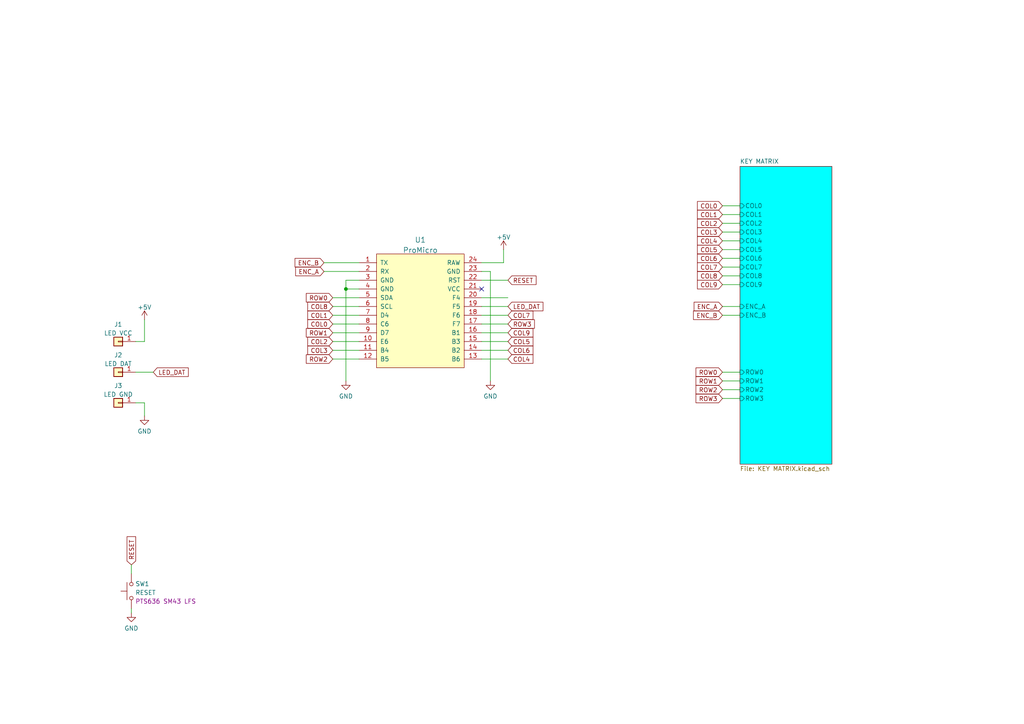
<source format=kicad_sch>
(kicad_sch (version 20211123) (generator eeschema)

  (uuid a19154a9-6561-4c4f-af43-4aa1d9d4278f)

  (paper "A4")

  (lib_symbols
    (symbol "Connector_Generic:Conn_01x01" (pin_names (offset 1.016) hide) (in_bom yes) (on_board yes)
      (property "Reference" "J" (id 0) (at 0 2.54 0)
        (effects (font (size 1.27 1.27)))
      )
      (property "Value" "Conn_01x01" (id 1) (at 0 -2.54 0)
        (effects (font (size 1.27 1.27)))
      )
      (property "Footprint" "" (id 2) (at 0 0 0)
        (effects (font (size 1.27 1.27)) hide)
      )
      (property "Datasheet" "~" (id 3) (at 0 0 0)
        (effects (font (size 1.27 1.27)) hide)
      )
      (property "ki_keywords" "connector" (id 4) (at 0 0 0)
        (effects (font (size 1.27 1.27)) hide)
      )
      (property "ki_description" "Generic connector, single row, 01x01, script generated (kicad-library-utils/schlib/autogen/connector/)" (id 5) (at 0 0 0)
        (effects (font (size 1.27 1.27)) hide)
      )
      (property "ki_fp_filters" "Connector*:*_1x??_*" (id 6) (at 0 0 0)
        (effects (font (size 1.27 1.27)) hide)
      )
      (symbol "Conn_01x01_1_1"
        (rectangle (start -1.27 0.127) (end 0 -0.127)
          (stroke (width 0.1524) (type default) (color 0 0 0 0))
          (fill (type none))
        )
        (rectangle (start -1.27 1.27) (end 1.27 -1.27)
          (stroke (width 0.254) (type default) (color 0 0 0 0))
          (fill (type background))
        )
        (pin passive line (at -5.08 0 0) (length 3.81)
          (name "Pin_1" (effects (font (size 1.27 1.27))))
          (number "1" (effects (font (size 1.27 1.27))))
        )
      )
    )
    (symbol "Switch:SW_Push" (pin_numbers hide) (pin_names (offset 1.016) hide) (in_bom yes) (on_board yes)
      (property "Reference" "SW" (id 0) (at 1.27 2.54 0)
        (effects (font (size 1.27 1.27)) (justify left))
      )
      (property "Value" "SW_Push" (id 1) (at 0 -1.524 0)
        (effects (font (size 1.27 1.27)))
      )
      (property "Footprint" "" (id 2) (at 0 5.08 0)
        (effects (font (size 1.27 1.27)) hide)
      )
      (property "Datasheet" "~" (id 3) (at 0 5.08 0)
        (effects (font (size 1.27 1.27)) hide)
      )
      (property "ki_keywords" "switch normally-open pushbutton push-button" (id 4) (at 0 0 0)
        (effects (font (size 1.27 1.27)) hide)
      )
      (property "ki_description" "Push button switch, generic, two pins" (id 5) (at 0 0 0)
        (effects (font (size 1.27 1.27)) hide)
      )
      (symbol "SW_Push_0_1"
        (circle (center -2.032 0) (radius 0.508)
          (stroke (width 0) (type default) (color 0 0 0 0))
          (fill (type none))
        )
        (polyline
          (pts
            (xy 0 1.27)
            (xy 0 3.048)
          )
          (stroke (width 0) (type default) (color 0 0 0 0))
          (fill (type none))
        )
        (polyline
          (pts
            (xy 2.54 1.27)
            (xy -2.54 1.27)
          )
          (stroke (width 0) (type default) (color 0 0 0 0))
          (fill (type none))
        )
        (circle (center 2.032 0) (radius 0.508)
          (stroke (width 0) (type default) (color 0 0 0 0))
          (fill (type none))
        )
        (pin passive line (at -5.08 0 0) (length 2.54)
          (name "1" (effects (font (size 1.27 1.27))))
          (number "1" (effects (font (size 1.27 1.27))))
        )
        (pin passive line (at 5.08 0 180) (length 2.54)
          (name "2" (effects (font (size 1.27 1.27))))
          (number "2" (effects (font (size 1.27 1.27))))
        )
      )
    )
    (symbol "power:+5V" (power) (pin_names (offset 0)) (in_bom yes) (on_board yes)
      (property "Reference" "#PWR" (id 0) (at 0 -3.81 0)
        (effects (font (size 1.27 1.27)) hide)
      )
      (property "Value" "+5V" (id 1) (at 0 3.556 0)
        (effects (font (size 1.27 1.27)))
      )
      (property "Footprint" "" (id 2) (at 0 0 0)
        (effects (font (size 1.27 1.27)) hide)
      )
      (property "Datasheet" "" (id 3) (at 0 0 0)
        (effects (font (size 1.27 1.27)) hide)
      )
      (property "ki_keywords" "power-flag" (id 4) (at 0 0 0)
        (effects (font (size 1.27 1.27)) hide)
      )
      (property "ki_description" "Power symbol creates a global label with name \"+5V\"" (id 5) (at 0 0 0)
        (effects (font (size 1.27 1.27)) hide)
      )
      (symbol "+5V_0_1"
        (polyline
          (pts
            (xy -0.762 1.27)
            (xy 0 2.54)
          )
          (stroke (width 0) (type default) (color 0 0 0 0))
          (fill (type none))
        )
        (polyline
          (pts
            (xy 0 0)
            (xy 0 2.54)
          )
          (stroke (width 0) (type default) (color 0 0 0 0))
          (fill (type none))
        )
        (polyline
          (pts
            (xy 0 2.54)
            (xy 0.762 1.27)
          )
          (stroke (width 0) (type default) (color 0 0 0 0))
          (fill (type none))
        )
      )
      (symbol "+5V_1_1"
        (pin power_in line (at 0 0 90) (length 0) hide
          (name "+5V" (effects (font (size 1.27 1.27))))
          (number "1" (effects (font (size 1.27 1.27))))
        )
      )
    )
    (symbol "power:GND" (power) (pin_names (offset 0)) (in_bom yes) (on_board yes)
      (property "Reference" "#PWR" (id 0) (at 0 -6.35 0)
        (effects (font (size 1.27 1.27)) hide)
      )
      (property "Value" "GND" (id 1) (at 0 -3.81 0)
        (effects (font (size 1.27 1.27)))
      )
      (property "Footprint" "" (id 2) (at 0 0 0)
        (effects (font (size 1.27 1.27)) hide)
      )
      (property "Datasheet" "" (id 3) (at 0 0 0)
        (effects (font (size 1.27 1.27)) hide)
      )
      (property "ki_keywords" "power-flag" (id 4) (at 0 0 0)
        (effects (font (size 1.27 1.27)) hide)
      )
      (property "ki_description" "Power symbol creates a global label with name \"GND\" , ground" (id 5) (at 0 0 0)
        (effects (font (size 1.27 1.27)) hide)
      )
      (symbol "GND_0_1"
        (polyline
          (pts
            (xy 0 0)
            (xy 0 -1.27)
            (xy 1.27 -1.27)
            (xy 0 -2.54)
            (xy -1.27 -1.27)
            (xy 0 -1.27)
          )
          (stroke (width 0) (type default) (color 0 0 0 0))
          (fill (type none))
        )
      )
      (symbol "GND_1_1"
        (pin power_in line (at 0 0 270) (length 0) hide
          (name "GND" (effects (font (size 1.27 1.27))))
          (number "1" (effects (font (size 1.27 1.27))))
        )
      )
    )
    (symbol "promicro:ProMicro" (pin_names (offset 1.016)) (in_bom yes) (on_board yes)
      (property "Reference" "U" (id 0) (at 0 24.13 0)
        (effects (font (size 1.524 1.524)))
      )
      (property "Value" "ProMicro" (id 1) (at 0 -13.97 0)
        (effects (font (size 1.524 1.524)))
      )
      (property "Footprint" "" (id 2) (at 2.54 -26.67 0)
        (effects (font (size 1.524 1.524)))
      )
      (property "Datasheet" "" (id 3) (at 2.54 -26.67 0)
        (effects (font (size 1.524 1.524)))
      )
      (symbol "ProMicro_0_1"
        (rectangle (start -12.7 21.59) (end 12.7 -11.43)
          (stroke (width 0) (type default) (color 0 0 0 0))
          (fill (type background))
        )
      )
      (symbol "ProMicro_1_1"
        (pin bidirectional line (at -17.78 19.05 0) (length 5.08)
          (name "TX" (effects (font (size 1.27 1.27))))
          (number "1" (effects (font (size 1.27 1.27))))
        )
        (pin bidirectional line (at -17.78 -3.81 0) (length 5.08)
          (name "E6" (effects (font (size 1.27 1.27))))
          (number "10" (effects (font (size 1.27 1.27))))
        )
        (pin bidirectional line (at -17.78 -6.35 0) (length 5.08)
          (name "B4" (effects (font (size 1.27 1.27))))
          (number "11" (effects (font (size 1.27 1.27))))
        )
        (pin bidirectional line (at -17.78 -8.89 0) (length 5.08)
          (name "B5" (effects (font (size 1.27 1.27))))
          (number "12" (effects (font (size 1.27 1.27))))
        )
        (pin bidirectional line (at 17.78 -8.89 180) (length 5.08)
          (name "B6" (effects (font (size 1.27 1.27))))
          (number "13" (effects (font (size 1.27 1.27))))
        )
        (pin bidirectional line (at 17.78 -6.35 180) (length 5.08)
          (name "B2" (effects (font (size 1.27 1.27))))
          (number "14" (effects (font (size 1.27 1.27))))
        )
        (pin bidirectional line (at 17.78 -3.81 180) (length 5.08)
          (name "B3" (effects (font (size 1.27 1.27))))
          (number "15" (effects (font (size 1.27 1.27))))
        )
        (pin bidirectional line (at 17.78 -1.27 180) (length 5.08)
          (name "B1" (effects (font (size 1.27 1.27))))
          (number "16" (effects (font (size 1.27 1.27))))
        )
        (pin bidirectional line (at 17.78 1.27 180) (length 5.08)
          (name "F7" (effects (font (size 1.27 1.27))))
          (number "17" (effects (font (size 1.27 1.27))))
        )
        (pin bidirectional line (at 17.78 3.81 180) (length 5.08)
          (name "F6" (effects (font (size 1.27 1.27))))
          (number "18" (effects (font (size 1.27 1.27))))
        )
        (pin bidirectional line (at 17.78 6.35 180) (length 5.08)
          (name "F5" (effects (font (size 1.27 1.27))))
          (number "19" (effects (font (size 1.27 1.27))))
        )
        (pin bidirectional line (at -17.78 16.51 0) (length 5.08)
          (name "RX" (effects (font (size 1.27 1.27))))
          (number "2" (effects (font (size 1.27 1.27))))
        )
        (pin bidirectional line (at 17.78 8.89 180) (length 5.08)
          (name "F4" (effects (font (size 1.27 1.27))))
          (number "20" (effects (font (size 1.27 1.27))))
        )
        (pin power_in line (at 17.78 11.43 180) (length 5.08)
          (name "VCC" (effects (font (size 1.27 1.27))))
          (number "21" (effects (font (size 1.27 1.27))))
        )
        (pin input line (at 17.78 13.97 180) (length 5.08)
          (name "RST" (effects (font (size 1.27 1.27))))
          (number "22" (effects (font (size 1.27 1.27))))
        )
        (pin power_in line (at 17.78 16.51 180) (length 5.08)
          (name "GND" (effects (font (size 1.27 1.27))))
          (number "23" (effects (font (size 1.27 1.27))))
        )
        (pin power_out line (at 17.78 19.05 180) (length 5.08)
          (name "RAW" (effects (font (size 1.27 1.27))))
          (number "24" (effects (font (size 1.27 1.27))))
        )
        (pin power_in line (at -17.78 13.97 0) (length 5.08)
          (name "GND" (effects (font (size 1.27 1.27))))
          (number "3" (effects (font (size 1.27 1.27))))
        )
        (pin power_in line (at -17.78 11.43 0) (length 5.08)
          (name "GND" (effects (font (size 1.27 1.27))))
          (number "4" (effects (font (size 1.27 1.27))))
        )
        (pin bidirectional line (at -17.78 8.89 0) (length 5.08)
          (name "SDA" (effects (font (size 1.27 1.27))))
          (number "5" (effects (font (size 1.27 1.27))))
        )
        (pin bidirectional line (at -17.78 6.35 0) (length 5.08)
          (name "SCL" (effects (font (size 1.27 1.27))))
          (number "6" (effects (font (size 1.27 1.27))))
        )
        (pin bidirectional line (at -17.78 3.81 0) (length 5.08)
          (name "D4" (effects (font (size 1.27 1.27))))
          (number "7" (effects (font (size 1.27 1.27))))
        )
        (pin bidirectional line (at -17.78 1.27 0) (length 5.08)
          (name "C6" (effects (font (size 1.27 1.27))))
          (number "8" (effects (font (size 1.27 1.27))))
        )
        (pin bidirectional line (at -17.78 -1.27 0) (length 5.08)
          (name "D7" (effects (font (size 1.27 1.27))))
          (number "9" (effects (font (size 1.27 1.27))))
        )
      )
    )
  )

  (junction (at 100.33 83.82) (diameter 0) (color 0 0 0 0)
    (uuid 3da8f10a-dad6-45c7-8f49-78275256f29b)
  )

  (no_connect (at 139.7 83.82) (uuid 25821c71-9dc7-44b5-8ccc-c8f4cc0dde31))

  (wire (pts (xy 96.52 99.06) (xy 104.14 99.06))
    (stroke (width 0) (type default) (color 0 0 0 0))
    (uuid 060c7130-3216-4b40-8e32-8d7037de1a61)
  )
  (wire (pts (xy 96.52 101.6) (xy 104.14 101.6))
    (stroke (width 0) (type default) (color 0 0 0 0))
    (uuid 096f8622-ea03-48d9-bbf4-2a4d4132c1f7)
  )
  (wire (pts (xy 38.1 163.83) (xy 38.1 166.37))
    (stroke (width 0) (type default) (color 0 0 0 0))
    (uuid 0ae2bc72-82e8-41c7-a6fc-66dd21873a83)
  )
  (wire (pts (xy 209.55 88.9) (xy 214.63 88.9))
    (stroke (width 0) (type default) (color 0 0 0 0))
    (uuid 138e78f9-b7b0-4c89-bca1-f65ee4f3228a)
  )
  (wire (pts (xy 39.37 107.95) (xy 44.45 107.95))
    (stroke (width 0) (type default) (color 0 0 0 0))
    (uuid 1818b98f-d047-49ee-9903-b9be23adb4ec)
  )
  (wire (pts (xy 139.7 93.98) (xy 147.32 93.98))
    (stroke (width 0) (type default) (color 0 0 0 0))
    (uuid 199a43e6-9a2a-42d4-9b2e-f320899e2513)
  )
  (wire (pts (xy 209.55 82.55) (xy 214.63 82.55))
    (stroke (width 0) (type default) (color 0 0 0 0))
    (uuid 29b7d813-9312-4201-8970-cfdf413f4642)
  )
  (wire (pts (xy 139.7 91.44) (xy 147.32 91.44))
    (stroke (width 0) (type default) (color 0 0 0 0))
    (uuid 2b88ebbe-1f46-4a43-a30e-a480c4f2e53a)
  )
  (wire (pts (xy 142.24 110.49) (xy 142.24 78.74))
    (stroke (width 0) (type default) (color 0 0 0 0))
    (uuid 3102acc8-3b55-4172-89d0-30b3ea38f72d)
  )
  (wire (pts (xy 209.55 107.95) (xy 214.63 107.95))
    (stroke (width 0) (type default) (color 0 0 0 0))
    (uuid 3bcdcedd-1b8f-434b-bdc4-722b92a8ac24)
  )
  (wire (pts (xy 142.24 78.74) (xy 139.7 78.74))
    (stroke (width 0) (type default) (color 0 0 0 0))
    (uuid 3f961401-0bfa-4218-bd68-f8fb9d1714a0)
  )
  (wire (pts (xy 139.7 96.52) (xy 147.32 96.52))
    (stroke (width 0) (type default) (color 0 0 0 0))
    (uuid 436ae175-b57b-48de-9e82-8e89bc78186e)
  )
  (wire (pts (xy 209.55 69.85) (xy 214.63 69.85))
    (stroke (width 0) (type default) (color 0 0 0 0))
    (uuid 44167ecb-33af-450d-b29f-6b659c96f19e)
  )
  (wire (pts (xy 209.55 115.57) (xy 214.63 115.57))
    (stroke (width 0) (type default) (color 0 0 0 0))
    (uuid 47a392d1-1e28-4a72-9290-241ed0e81314)
  )
  (wire (pts (xy 209.55 113.03) (xy 214.63 113.03))
    (stroke (width 0) (type default) (color 0 0 0 0))
    (uuid 529e5c2c-f198-432f-b641-89a0d20b503e)
  )
  (wire (pts (xy 96.52 91.44) (xy 104.14 91.44))
    (stroke (width 0) (type default) (color 0 0 0 0))
    (uuid 560fdfe2-8629-4ff4-9cdf-9d794165b892)
  )
  (wire (pts (xy 209.55 64.77) (xy 214.63 64.77))
    (stroke (width 0) (type default) (color 0 0 0 0))
    (uuid 563985ef-9609-4a87-82cf-736c8605f846)
  )
  (wire (pts (xy 209.55 80.01) (xy 214.63 80.01))
    (stroke (width 0) (type default) (color 0 0 0 0))
    (uuid 58821d91-701d-48f5-bd61-1911624ed1d7)
  )
  (wire (pts (xy 96.52 93.98) (xy 104.14 93.98))
    (stroke (width 0) (type default) (color 0 0 0 0))
    (uuid 5d710c6f-66cf-4c81-9240-a74a50bf2429)
  )
  (wire (pts (xy 38.1 176.53) (xy 38.1 177.8))
    (stroke (width 0) (type default) (color 0 0 0 0))
    (uuid 68d83987-e4cb-40f1-b010-cfa75ce07c0d)
  )
  (wire (pts (xy 209.55 67.31) (xy 214.63 67.31))
    (stroke (width 0) (type default) (color 0 0 0 0))
    (uuid 6a0af258-47ed-4e21-81e2-be9b70dcb669)
  )
  (wire (pts (xy 96.52 104.14) (xy 104.14 104.14))
    (stroke (width 0) (type default) (color 0 0 0 0))
    (uuid 6a6f95ba-f261-4290-bbad-eb0ea79cd51f)
  )
  (wire (pts (xy 209.55 110.49) (xy 214.63 110.49))
    (stroke (width 0) (type default) (color 0 0 0 0))
    (uuid 6b3a942a-e6b0-4473-96f3-c7eee8d5f6db)
  )
  (wire (pts (xy 139.7 86.36) (xy 147.32 86.36))
    (stroke (width 0) (type default) (color 0 0 0 0))
    (uuid 6d33994e-8fef-4114-bcf4-3e7ba4ae62cd)
  )
  (wire (pts (xy 209.55 77.47) (xy 214.63 77.47))
    (stroke (width 0) (type default) (color 0 0 0 0))
    (uuid 82d51294-10de-42aa-83fc-0d863e246b43)
  )
  (wire (pts (xy 100.33 83.82) (xy 100.33 81.28))
    (stroke (width 0) (type default) (color 0 0 0 0))
    (uuid 8457541e-9f1a-49c3-81db-74b8ee6a9ff2)
  )
  (wire (pts (xy 100.33 81.28) (xy 104.14 81.28))
    (stroke (width 0) (type default) (color 0 0 0 0))
    (uuid 9147ce21-dbee-4a10-8899-a1a96bfe2296)
  )
  (wire (pts (xy 96.52 96.52) (xy 104.14 96.52))
    (stroke (width 0) (type default) (color 0 0 0 0))
    (uuid 92c539ca-bfca-4810-8027-80e80b1921da)
  )
  (wire (pts (xy 139.7 76.2) (xy 146.05 76.2))
    (stroke (width 0) (type default) (color 0 0 0 0))
    (uuid 94c0ef9d-3fb4-499e-8cc7-2da051b38635)
  )
  (wire (pts (xy 139.7 81.28) (xy 147.32 81.28))
    (stroke (width 0) (type default) (color 0 0 0 0))
    (uuid 97b2cd00-728b-4fde-a862-ad6213d8a873)
  )
  (wire (pts (xy 96.52 88.9) (xy 104.14 88.9))
    (stroke (width 0) (type default) (color 0 0 0 0))
    (uuid 99b7c84d-a7fd-4f23-b34f-b97c463639ba)
  )
  (wire (pts (xy 209.55 72.39) (xy 214.63 72.39))
    (stroke (width 0) (type default) (color 0 0 0 0))
    (uuid 9fe6422f-8c59-4db3-838b-bc102be4625f)
  )
  (wire (pts (xy 139.7 99.06) (xy 147.32 99.06))
    (stroke (width 0) (type default) (color 0 0 0 0))
    (uuid a42d139e-f1cb-4391-8cc6-75ea2262bbb5)
  )
  (wire (pts (xy 209.55 59.69) (xy 214.63 59.69))
    (stroke (width 0) (type default) (color 0 0 0 0))
    (uuid a42df2ae-ee4f-4fcd-9fc1-76284c363680)
  )
  (wire (pts (xy 100.33 83.82) (xy 104.14 83.82))
    (stroke (width 0) (type default) (color 0 0 0 0))
    (uuid a7fce222-414d-4f34-883b-d92507cb3dc9)
  )
  (wire (pts (xy 146.05 76.2) (xy 146.05 72.39))
    (stroke (width 0) (type default) (color 0 0 0 0))
    (uuid a866eb63-fb83-412e-8683-fc108429b7eb)
  )
  (wire (pts (xy 100.33 110.49) (xy 100.33 83.82))
    (stroke (width 0) (type default) (color 0 0 0 0))
    (uuid c8d34ca5-746c-4fe4-b246-84a544652ea1)
  )
  (wire (pts (xy 41.91 116.84) (xy 41.91 120.65))
    (stroke (width 0) (type default) (color 0 0 0 0))
    (uuid cc9a8aa9-a6fd-4184-b433-cecc0c12a3c3)
  )
  (wire (pts (xy 139.7 104.14) (xy 147.32 104.14))
    (stroke (width 0) (type default) (color 0 0 0 0))
    (uuid d7c28637-23f4-491d-8d1f-9bd03645d8d3)
  )
  (wire (pts (xy 209.55 62.23) (xy 214.63 62.23))
    (stroke (width 0) (type default) (color 0 0 0 0))
    (uuid d981bd5e-0a88-4c30-a651-93107b161f0a)
  )
  (wire (pts (xy 96.52 86.36) (xy 104.14 86.36))
    (stroke (width 0) (type default) (color 0 0 0 0))
    (uuid da7bb8aa-66ca-451c-9596-6bbfe311d9e7)
  )
  (wire (pts (xy 41.91 99.06) (xy 41.91 92.71))
    (stroke (width 0) (type default) (color 0 0 0 0))
    (uuid dfd0c939-d18b-4c3b-81ce-bfc9f1a845f2)
  )
  (wire (pts (xy 93.98 76.2) (xy 104.14 76.2))
    (stroke (width 0) (type default) (color 0 0 0 0))
    (uuid e0578b76-c1a8-4cda-86ab-519e837a08e3)
  )
  (wire (pts (xy 209.55 91.44) (xy 214.63 91.44))
    (stroke (width 0) (type default) (color 0 0 0 0))
    (uuid e1fb82f1-3077-4762-84bc-9915a803983d)
  )
  (wire (pts (xy 39.37 116.84) (xy 41.91 116.84))
    (stroke (width 0) (type default) (color 0 0 0 0))
    (uuid e4320571-25b3-477a-9505-6f8c6a846751)
  )
  (wire (pts (xy 139.7 88.9) (xy 147.32 88.9))
    (stroke (width 0) (type default) (color 0 0 0 0))
    (uuid ec99b6a6-7e5f-49da-a9c5-7d37a764ad66)
  )
  (wire (pts (xy 93.98 78.74) (xy 104.14 78.74))
    (stroke (width 0) (type default) (color 0 0 0 0))
    (uuid f0747adf-5bd3-499f-837e-4d49b16ca555)
  )
  (wire (pts (xy 139.7 101.6) (xy 147.32 101.6))
    (stroke (width 0) (type default) (color 0 0 0 0))
    (uuid f3c95e71-7984-4a63-9f7b-bb00e458f5e7)
  )
  (wire (pts (xy 39.37 99.06) (xy 41.91 99.06))
    (stroke (width 0) (type default) (color 0 0 0 0))
    (uuid f43dd073-d9c6-4b1e-b58f-f2dee2e7c18e)
  )
  (wire (pts (xy 209.55 74.93) (xy 214.63 74.93))
    (stroke (width 0) (type default) (color 0 0 0 0))
    (uuid fe03d5f3-428d-4da2-8edc-7464dda20e4d)
  )

  (global_label "ROW0" (shape input) (at 209.55 107.95 180) (fields_autoplaced)
    (effects (font (size 1.27 1.27)) (justify right))
    (uuid 04d1fbbe-fd54-40ee-9de3-ff814be6816e)
    (property "Intersheet References" "${INTERSHEET_REFS}" (id 0) (at 201.8755 107.8706 0)
      (effects (font (size 1.27 1.27)) (justify right) hide)
    )
  )
  (global_label "COL0" (shape input) (at 209.55 59.69 180) (fields_autoplaced)
    (effects (font (size 1.27 1.27)) (justify right))
    (uuid 0de91e73-d739-4b51-a1db-0da50a8b6888)
    (property "Intersheet References" "${INTERSHEET_REFS}" (id 0) (at 202.2988 59.7694 0)
      (effects (font (size 1.27 1.27)) (justify right) hide)
    )
  )
  (global_label "LED_DAT" (shape input) (at 147.32 88.9 0) (fields_autoplaced)
    (effects (font (size 1.27 1.27)) (justify left))
    (uuid 2431adb4-3556-441d-bdd0-8cc63ae3578e)
    (property "Intersheet References" "${INTERSHEET_REFS}" (id 0) (at 157.4741 88.8206 0)
      (effects (font (size 1.27 1.27)) (justify left) hide)
    )
  )
  (global_label "COL5" (shape input) (at 147.32 99.06 0) (fields_autoplaced)
    (effects (font (size 1.27 1.27)) (justify left))
    (uuid 24c21814-f0c8-45b5-b85c-cd706e9e4125)
    (property "Intersheet References" "${INTERSHEET_REFS}" (id 0) (at 154.5712 98.9806 0)
      (effects (font (size 1.27 1.27)) (justify left) hide)
    )
  )
  (global_label "ROW3" (shape input) (at 209.55 115.57 180) (fields_autoplaced)
    (effects (font (size 1.27 1.27)) (justify right))
    (uuid 2acec8ed-c9ca-4075-ad6a-4257ee09613d)
    (property "Intersheet References" "${INTERSHEET_REFS}" (id 0) (at 201.8755 115.4906 0)
      (effects (font (size 1.27 1.27)) (justify right) hide)
    )
  )
  (global_label "COL6" (shape input) (at 209.55 74.93 180) (fields_autoplaced)
    (effects (font (size 1.27 1.27)) (justify right))
    (uuid 2dd6b498-2068-4413-a968-77da8022926c)
    (property "Intersheet References" "${INTERSHEET_REFS}" (id 0) (at 202.2988 75.0094 0)
      (effects (font (size 1.27 1.27)) (justify right) hide)
    )
  )
  (global_label "COL3" (shape input) (at 209.55 67.31 180) (fields_autoplaced)
    (effects (font (size 1.27 1.27)) (justify right))
    (uuid 356577ff-4fec-448d-aa7c-f23e1d71b0b5)
    (property "Intersheet References" "${INTERSHEET_REFS}" (id 0) (at 202.2988 67.3894 0)
      (effects (font (size 1.27 1.27)) (justify right) hide)
    )
  )
  (global_label "COL9" (shape input) (at 209.55 82.55 180) (fields_autoplaced)
    (effects (font (size 1.27 1.27)) (justify right))
    (uuid 3bd3e09d-1bd2-4dc9-b31a-958adca0ee59)
    (property "Intersheet References" "${INTERSHEET_REFS}" (id 0) (at 202.2988 82.6294 0)
      (effects (font (size 1.27 1.27)) (justify right) hide)
    )
  )
  (global_label "ROW1" (shape input) (at 96.52 96.52 180) (fields_autoplaced)
    (effects (font (size 1.27 1.27)) (justify right))
    (uuid 431a34c9-7918-465a-b102-7e5ad91f1813)
    (property "Intersheet References" "${INTERSHEET_REFS}" (id 0) (at 88.8455 96.5994 0)
      (effects (font (size 1.27 1.27)) (justify right) hide)
    )
  )
  (global_label "COL7" (shape input) (at 209.55 77.47 180) (fields_autoplaced)
    (effects (font (size 1.27 1.27)) (justify right))
    (uuid 48c35181-c63b-43f3-87a4-8b1944c27e8e)
    (property "Intersheet References" "${INTERSHEET_REFS}" (id 0) (at 202.2988 77.5494 0)
      (effects (font (size 1.27 1.27)) (justify right) hide)
    )
  )
  (global_label "ROW1" (shape input) (at 209.55 110.49 180) (fields_autoplaced)
    (effects (font (size 1.27 1.27)) (justify right))
    (uuid 4b8aceff-c033-4cd7-ba45-efcb76846652)
    (property "Intersheet References" "${INTERSHEET_REFS}" (id 0) (at 201.8755 110.4106 0)
      (effects (font (size 1.27 1.27)) (justify right) hide)
    )
  )
  (global_label "COL9" (shape input) (at 147.32 96.52 0) (fields_autoplaced)
    (effects (font (size 1.27 1.27)) (justify left))
    (uuid 5bd25546-2288-4010-8979-c89bfee36cf3)
    (property "Intersheet References" "${INTERSHEET_REFS}" (id 0) (at 154.5712 96.4406 0)
      (effects (font (size 1.27 1.27)) (justify left) hide)
    )
  )
  (global_label "COL8" (shape input) (at 96.52 88.9 180) (fields_autoplaced)
    (effects (font (size 1.27 1.27)) (justify right))
    (uuid 5e06f433-9508-4a02-abae-8241411728ef)
    (property "Intersheet References" "${INTERSHEET_REFS}" (id 0) (at 89.2688 88.9794 0)
      (effects (font (size 1.27 1.27)) (justify right) hide)
    )
  )
  (global_label "ROW2" (shape input) (at 209.55 113.03 180) (fields_autoplaced)
    (effects (font (size 1.27 1.27)) (justify right))
    (uuid 6074364b-afa0-4eaf-b627-c4465193fc11)
    (property "Intersheet References" "${INTERSHEET_REFS}" (id 0) (at 201.8755 112.9506 0)
      (effects (font (size 1.27 1.27)) (justify right) hide)
    )
  )
  (global_label "COL2" (shape input) (at 96.52 99.06 180) (fields_autoplaced)
    (effects (font (size 1.27 1.27)) (justify right))
    (uuid 6897134b-f7f8-4447-8a73-8aae43026116)
    (property "Intersheet References" "${INTERSHEET_REFS}" (id 0) (at 89.2688 98.9806 0)
      (effects (font (size 1.27 1.27)) (justify right) hide)
    )
  )
  (global_label "COL0" (shape input) (at 96.52 93.98 180) (fields_autoplaced)
    (effects (font (size 1.27 1.27)) (justify right))
    (uuid 6bcb81c1-fcbc-445b-a8c7-b7e4ca882750)
    (property "Intersheet References" "${INTERSHEET_REFS}" (id 0) (at 89.2688 93.9006 0)
      (effects (font (size 1.27 1.27)) (justify right) hide)
    )
  )
  (global_label "COL4" (shape input) (at 209.55 69.85 180) (fields_autoplaced)
    (effects (font (size 1.27 1.27)) (justify right))
    (uuid 6c58910f-080b-4df9-b212-e01373b3f52d)
    (property "Intersheet References" "${INTERSHEET_REFS}" (id 0) (at 202.2988 69.9294 0)
      (effects (font (size 1.27 1.27)) (justify right) hide)
    )
  )
  (global_label "COL6" (shape input) (at 147.32 101.6 0) (fields_autoplaced)
    (effects (font (size 1.27 1.27)) (justify left))
    (uuid 852eb1f0-8979-49a5-855a-b4dafec6f4c4)
    (property "Intersheet References" "${INTERSHEET_REFS}" (id 0) (at 154.5712 101.6794 0)
      (effects (font (size 1.27 1.27)) (justify left) hide)
    )
  )
  (global_label "COL2" (shape input) (at 209.55 64.77 180) (fields_autoplaced)
    (effects (font (size 1.27 1.27)) (justify right))
    (uuid 8d50c757-7856-4d37-b78b-a8843f671e8d)
    (property "Intersheet References" "${INTERSHEET_REFS}" (id 0) (at 202.2988 64.8494 0)
      (effects (font (size 1.27 1.27)) (justify right) hide)
    )
  )
  (global_label "ROW3" (shape input) (at 147.32 93.98 0) (fields_autoplaced)
    (effects (font (size 1.27 1.27)) (justify left))
    (uuid 95811b7e-738a-4b57-9018-5cb1cdaebc04)
    (property "Intersheet References" "${INTERSHEET_REFS}" (id 0) (at 154.9945 93.9006 0)
      (effects (font (size 1.27 1.27)) (justify left) hide)
    )
  )
  (global_label "COL7" (shape input) (at 147.32 91.44 0) (fields_autoplaced)
    (effects (font (size 1.27 1.27)) (justify left))
    (uuid 95c9d163-f884-4f78-9b6b-c37501d018fe)
    (property "Intersheet References" "${INTERSHEET_REFS}" (id 0) (at 154.5712 91.5194 0)
      (effects (font (size 1.27 1.27)) (justify left) hide)
    )
  )
  (global_label "COL3" (shape input) (at 96.52 101.6 180) (fields_autoplaced)
    (effects (font (size 1.27 1.27)) (justify right))
    (uuid 99803d5d-4575-4760-8c80-5232df493e87)
    (property "Intersheet References" "${INTERSHEET_REFS}" (id 0) (at 89.2688 101.5206 0)
      (effects (font (size 1.27 1.27)) (justify right) hide)
    )
  )
  (global_label "RESET" (shape input) (at 147.32 81.28 0) (fields_autoplaced)
    (effects (font (size 1.27 1.27)) (justify left))
    (uuid 9ac03063-c7dc-4238-b3a1-e4cce383048f)
    (property "Intersheet References" "${INTERSHEET_REFS}" (id 0) (at 155.4783 81.2006 0)
      (effects (font (size 1.27 1.27)) (justify left) hide)
    )
  )
  (global_label "COL1" (shape input) (at 96.52 91.44 180) (fields_autoplaced)
    (effects (font (size 1.27 1.27)) (justify right))
    (uuid 9ffecf83-af2b-443a-8522-4fe09c9ca27e)
    (property "Intersheet References" "${INTERSHEET_REFS}" (id 0) (at 89.2688 91.3606 0)
      (effects (font (size 1.27 1.27)) (justify right) hide)
    )
  )
  (global_label "COL1" (shape input) (at 209.55 62.23 180) (fields_autoplaced)
    (effects (font (size 1.27 1.27)) (justify right))
    (uuid a14a799c-6423-4488-9b45-8e92b53e3a29)
    (property "Intersheet References" "${INTERSHEET_REFS}" (id 0) (at 202.2988 62.3094 0)
      (effects (font (size 1.27 1.27)) (justify right) hide)
    )
  )
  (global_label "LED_DAT" (shape input) (at 44.45 107.95 0) (fields_autoplaced)
    (effects (font (size 1.27 1.27)) (justify left))
    (uuid afccb1a9-a931-41c0-85be-867323e7bc39)
    (property "Intersheet References" "${INTERSHEET_REFS}" (id 0) (at 54.6041 108.0294 0)
      (effects (font (size 1.27 1.27)) (justify left) hide)
    )
  )
  (global_label "COL5" (shape input) (at 209.55 72.39 180) (fields_autoplaced)
    (effects (font (size 1.27 1.27)) (justify right))
    (uuid b28712ec-7ac2-4c5f-9a9c-94c55a25baf4)
    (property "Intersheet References" "${INTERSHEET_REFS}" (id 0) (at 202.2988 72.4694 0)
      (effects (font (size 1.27 1.27)) (justify right) hide)
    )
  )
  (global_label "ENC_B" (shape input) (at 209.55 91.44 180) (fields_autoplaced)
    (effects (font (size 1.27 1.27)) (justify right))
    (uuid bf636ec7-bf80-44c7-b25b-ebd8b531961f)
    (property "Intersheet References" "${INTERSHEET_REFS}" (id 0) (at 201.1498 91.3606 0)
      (effects (font (size 1.27 1.27)) (justify right) hide)
    )
  )
  (global_label "ENC_A" (shape input) (at 209.55 88.9 180) (fields_autoplaced)
    (effects (font (size 1.27 1.27)) (justify right))
    (uuid c789b802-554b-4726-903f-906f1732a702)
    (property "Intersheet References" "${INTERSHEET_REFS}" (id 0) (at 201.3312 88.8206 0)
      (effects (font (size 1.27 1.27)) (justify right) hide)
    )
  )
  (global_label "RESET" (shape input) (at 38.1 163.83 90) (fields_autoplaced)
    (effects (font (size 1.27 1.27)) (justify left))
    (uuid d159eb92-4316-4e75-9a70-484880133dba)
    (property "Intersheet References" "${INTERSHEET_REFS}" (id 0) (at 38.0206 155.6717 90)
      (effects (font (size 1.27 1.27)) (justify left) hide)
    )
  )
  (global_label "ROW0" (shape input) (at 96.52 86.36 180) (fields_autoplaced)
    (effects (font (size 1.27 1.27)) (justify right))
    (uuid d306f7a2-9b3c-44d7-8315-101beda70146)
    (property "Intersheet References" "${INTERSHEET_REFS}" (id 0) (at 88.8455 86.4394 0)
      (effects (font (size 1.27 1.27)) (justify right) hide)
    )
  )
  (global_label "ENC_B" (shape input) (at 93.98 76.2 180) (fields_autoplaced)
    (effects (font (size 1.27 1.27)) (justify right))
    (uuid e76d805d-f909-41e5-8f90-54bbfd28fcc3)
    (property "Intersheet References" "${INTERSHEET_REFS}" (id 0) (at 85.5798 76.2794 0)
      (effects (font (size 1.27 1.27)) (justify right) hide)
    )
  )
  (global_label "COL8" (shape input) (at 209.55 80.01 180) (fields_autoplaced)
    (effects (font (size 1.27 1.27)) (justify right))
    (uuid f04435d4-0c6d-4e66-a7d3-75eab4bad616)
    (property "Intersheet References" "${INTERSHEET_REFS}" (id 0) (at 202.2988 80.0894 0)
      (effects (font (size 1.27 1.27)) (justify right) hide)
    )
  )
  (global_label "ROW2" (shape input) (at 96.52 104.14 180) (fields_autoplaced)
    (effects (font (size 1.27 1.27)) (justify right))
    (uuid f1910109-8c05-4e9e-904d-4e425a3e40b7)
    (property "Intersheet References" "${INTERSHEET_REFS}" (id 0) (at 88.8455 104.2194 0)
      (effects (font (size 1.27 1.27)) (justify right) hide)
    )
  )
  (global_label "COL4" (shape input) (at 147.32 104.14 0) (fields_autoplaced)
    (effects (font (size 1.27 1.27)) (justify left))
    (uuid f34fd130-f4d1-44d7-9745-de73b79c71ba)
    (property "Intersheet References" "${INTERSHEET_REFS}" (id 0) (at 154.5712 104.0606 0)
      (effects (font (size 1.27 1.27)) (justify left) hide)
    )
  )
  (global_label "ENC_A" (shape input) (at 93.98 78.74 180) (fields_autoplaced)
    (effects (font (size 1.27 1.27)) (justify right))
    (uuid fc1ec51f-da00-4eda-abda-164065b93db6)
    (property "Intersheet References" "${INTERSHEET_REFS}" (id 0) (at 85.7612 78.8194 0)
      (effects (font (size 1.27 1.27)) (justify right) hide)
    )
  )

  (symbol (lib_id "power:GND") (at 38.1 177.8 0) (unit 1)
    (in_bom yes) (on_board yes) (fields_autoplaced)
    (uuid 0e21b281-553d-43dc-8df1-24bda88a3a4b)
    (property "Reference" "#PWR0102" (id 0) (at 38.1 184.15 0)
      (effects (font (size 1.27 1.27)) hide)
    )
    (property "Value" "GND" (id 1) (at 38.1 182.2434 0))
    (property "Footprint" "" (id 2) (at 38.1 177.8 0)
      (effects (font (size 1.27 1.27)) hide)
    )
    (property "Datasheet" "" (id 3) (at 38.1 177.8 0)
      (effects (font (size 1.27 1.27)) hide)
    )
    (pin "1" (uuid 6e5974ae-41b0-4c7e-b842-d80b269eb2ca))
  )

  (symbol (lib_id "power:GND") (at 142.24 110.49 0) (unit 1)
    (in_bom yes) (on_board yes) (fields_autoplaced)
    (uuid 3325013a-454c-47cb-8eef-1a417daf07fd)
    (property "Reference" "#PWR0108" (id 0) (at 142.24 116.84 0)
      (effects (font (size 1.27 1.27)) hide)
    )
    (property "Value" "GND" (id 1) (at 142.24 114.9334 0))
    (property "Footprint" "" (id 2) (at 142.24 110.49 0)
      (effects (font (size 1.27 1.27)) hide)
    )
    (property "Datasheet" "" (id 3) (at 142.24 110.49 0)
      (effects (font (size 1.27 1.27)) hide)
    )
    (pin "1" (uuid 177281af-0e75-49f7-9f33-282fc8c145cf))
  )

  (symbol (lib_id "Connector_Generic:Conn_01x01") (at 34.29 116.84 0) (mirror y) (unit 1)
    (in_bom yes) (on_board yes) (fields_autoplaced)
    (uuid 3e205059-385e-4bf5-bdf0-12b524055bdb)
    (property "Reference" "J3" (id 0) (at 34.29 111.8702 0))
    (property "Value" "LED GND" (id 1) (at 34.29 114.4071 0))
    (property "Footprint" "TestPoint:TestPoint_THTPad_2.0x2.0mm_Drill1.0mm" (id 2) (at 34.29 116.84 0)
      (effects (font (size 1.27 1.27)) hide)
    )
    (property "Datasheet" "~" (id 3) (at 34.29 116.84 0)
      (effects (font (size 1.27 1.27)) hide)
    )
    (pin "1" (uuid 3b24ca51-d315-47e2-892b-c898e43bad24))
  )

  (symbol (lib_id "power:+5V") (at 146.05 72.39 0) (unit 1)
    (in_bom yes) (on_board yes) (fields_autoplaced)
    (uuid 5456b5c0-6d19-4b10-a273-2a28a44bccd8)
    (property "Reference" "#PWR0109" (id 0) (at 146.05 76.2 0)
      (effects (font (size 1.27 1.27)) hide)
    )
    (property "Value" "+5V" (id 1) (at 146.05 68.8142 0))
    (property "Footprint" "" (id 2) (at 146.05 72.39 0)
      (effects (font (size 1.27 1.27)) hide)
    )
    (property "Datasheet" "" (id 3) (at 146.05 72.39 0)
      (effects (font (size 1.27 1.27)) hide)
    )
    (pin "1" (uuid 1b448d11-a663-44e9-b69d-443540fd001a))
  )

  (symbol (lib_id "Switch:SW_Push") (at 38.1 171.45 90) (unit 1)
    (in_bom yes) (on_board yes) (fields_autoplaced)
    (uuid 54813fc7-c68d-4b8d-898e-61403e9d204d)
    (property "Reference" "SW1" (id 0) (at 39.243 169.3469 90)
      (effects (font (size 1.27 1.27)) (justify right))
    )
    (property "Value" "RESET" (id 1) (at 39.243 171.8838 90)
      (effects (font (size 1.27 1.27)) (justify right))
    )
    (property "Footprint" "FOOTPRINTS:1825965-1" (id 2) (at 33.02 171.45 0)
      (effects (font (size 1.27 1.27)) hide)
    )
    (property "Datasheet" "~" (id 3) (at 33.02 171.45 0)
      (effects (font (size 1.27 1.27)) hide)
    )
    (property "MPN" "PTS636 SM43 LFS" (id 4) (at 39.243 174.4207 90)
      (effects (font (size 1.27 1.27)) (justify right))
    )
    (pin "1" (uuid ead0401f-cf4c-453d-b91d-3862bafe5337))
    (pin "2" (uuid 0452e415-3ae8-4975-ab52-9d24b222083e))
  )

  (symbol (lib_id "Connector_Generic:Conn_01x01") (at 34.29 107.95 0) (mirror y) (unit 1)
    (in_bom yes) (on_board yes) (fields_autoplaced)
    (uuid 73eb86cc-d0ca-4b18-be5c-424c74677093)
    (property "Reference" "J2" (id 0) (at 34.29 102.9802 0))
    (property "Value" "LED DAT" (id 1) (at 34.29 105.5171 0))
    (property "Footprint" "TestPoint:TestPoint_THTPad_2.0x2.0mm_Drill1.0mm" (id 2) (at 34.29 107.95 0)
      (effects (font (size 1.27 1.27)) hide)
    )
    (property "Datasheet" "~" (id 3) (at 34.29 107.95 0)
      (effects (font (size 1.27 1.27)) hide)
    )
    (pin "1" (uuid 3f84c3b6-cd96-47e1-a1f0-c82259a13871))
  )

  (symbol (lib_id "power:+5V") (at 41.91 92.71 0) (unit 1)
    (in_bom yes) (on_board yes) (fields_autoplaced)
    (uuid b817ccb6-7bbe-4704-8f84-ac687c18b0ba)
    (property "Reference" "#PWR0103" (id 0) (at 41.91 96.52 0)
      (effects (font (size 1.27 1.27)) hide)
    )
    (property "Value" "+5V" (id 1) (at 41.91 89.1342 0))
    (property "Footprint" "" (id 2) (at 41.91 92.71 0)
      (effects (font (size 1.27 1.27)) hide)
    )
    (property "Datasheet" "" (id 3) (at 41.91 92.71 0)
      (effects (font (size 1.27 1.27)) hide)
    )
    (pin "1" (uuid 7eac48de-774b-405c-9399-1ec6b687b95a))
  )

  (symbol (lib_id "Connector_Generic:Conn_01x01") (at 34.29 99.06 0) (mirror y) (unit 1)
    (in_bom yes) (on_board yes) (fields_autoplaced)
    (uuid ce87d8c6-0725-4eac-a7a3-71a0e6d3ceb1)
    (property "Reference" "J1" (id 0) (at 34.29 94.0902 0))
    (property "Value" "LED VCC" (id 1) (at 34.29 96.6271 0))
    (property "Footprint" "TestPoint:TestPoint_THTPad_2.0x2.0mm_Drill1.0mm" (id 2) (at 34.29 99.06 0)
      (effects (font (size 1.27 1.27)) hide)
    )
    (property "Datasheet" "~" (id 3) (at 34.29 99.06 0)
      (effects (font (size 1.27 1.27)) hide)
    )
    (pin "1" (uuid 5e2e0b81-698f-4da9-9d6c-ca23958d2528))
  )

  (symbol (lib_id "power:GND") (at 41.91 120.65 0) (unit 1)
    (in_bom yes) (on_board yes) (fields_autoplaced)
    (uuid cef1fafc-f4f5-4f69-877f-a21471f43ea2)
    (property "Reference" "#PWR0104" (id 0) (at 41.91 127 0)
      (effects (font (size 1.27 1.27)) hide)
    )
    (property "Value" "GND" (id 1) (at 41.91 125.0934 0))
    (property "Footprint" "" (id 2) (at 41.91 120.65 0)
      (effects (font (size 1.27 1.27)) hide)
    )
    (property "Datasheet" "" (id 3) (at 41.91 120.65 0)
      (effects (font (size 1.27 1.27)) hide)
    )
    (pin "1" (uuid bac423c0-df92-4190-8daa-0b4c9e71bd32))
  )

  (symbol (lib_id "promicro:ProMicro") (at 121.92 95.25 0) (unit 1)
    (in_bom yes) (on_board yes) (fields_autoplaced)
    (uuid e76d1711-b7b9-499a-bc9a-e299c800a138)
    (property "Reference" "U1" (id 0) (at 121.92 69.5759 0)
      (effects (font (size 1.524 1.524)))
    )
    (property "Value" "ProMicro" (id 1) (at 121.92 72.5693 0)
      (effects (font (size 1.524 1.524)))
    )
    (property "Footprint" "FOOTPRINTS:ProMicro" (id 2) (at 124.46 121.92 0)
      (effects (font (size 1.524 1.524)) hide)
    )
    (property "Datasheet" "" (id 3) (at 124.46 121.92 0)
      (effects (font (size 1.524 1.524)))
    )
    (pin "1" (uuid b11b11c7-cc30-40ba-bb02-a9d667f99f30))
    (pin "10" (uuid ec25db70-89f0-483a-ae96-e161f1d54983))
    (pin "11" (uuid 68b87eb9-cd1e-4320-abb1-2b66a15706f7))
    (pin "12" (uuid d6a312e7-a8a9-4ca2-8897-95bc1514ff7b))
    (pin "13" (uuid 16e4c57d-d176-4012-8fb8-5c9564bf33ba))
    (pin "14" (uuid 7819c95d-f09a-43b3-b53d-99e7739c6bd5))
    (pin "15" (uuid 9596554f-1c3e-4c66-99d5-b7d229908369))
    (pin "16" (uuid 25d3f832-c013-4390-a212-3d70d90a372f))
    (pin "17" (uuid 4fdf1ba8-fe94-4bd6-8d8e-bdd6e105141c))
    (pin "18" (uuid b7097fd2-f7bd-413a-9c62-0d20960f18c7))
    (pin "19" (uuid 18422841-de81-408c-aa25-799f22232497))
    (pin "2" (uuid 7f6d79ac-58ba-43d3-8dff-6dee5d6d54f0))
    (pin "20" (uuid dd29acea-5377-4f35-8952-9a65044362cc))
    (pin "21" (uuid 1dc95330-1a5c-43d6-ab7b-2c8954e07132))
    (pin "22" (uuid df357bf0-56bb-40cd-a9f6-a311fb0465bd))
    (pin "23" (uuid 430abf6b-dfbb-4cf3-a500-b9ccb4e0ff33))
    (pin "24" (uuid b9224331-7e42-4512-97f0-8eaeaf52d172))
    (pin "3" (uuid 67fcf3be-52af-4cc7-ba48-dc6abd3f1227))
    (pin "4" (uuid 35109758-6dc3-44a4-93e0-27b6ebd05575))
    (pin "5" (uuid f0370cb1-979a-4a42-a94e-f57ab7bd34ee))
    (pin "6" (uuid e29c83b9-6f3a-4720-86e4-3a80b20107f1))
    (pin "7" (uuid c599b058-dbef-495c-9d8e-5924a0c3e5b1))
    (pin "8" (uuid 786e1b29-87fd-40f6-831b-55d4d1e023e1))
    (pin "9" (uuid 92041f4a-2a04-4bc1-a25d-4523a2fdcc4f))
  )

  (symbol (lib_id "power:GND") (at 100.33 110.49 0) (unit 1)
    (in_bom yes) (on_board yes) (fields_autoplaced)
    (uuid f7307205-235f-4d96-a080-82025a1771b3)
    (property "Reference" "#PWR0101" (id 0) (at 100.33 116.84 0)
      (effects (font (size 1.27 1.27)) hide)
    )
    (property "Value" "GND" (id 1) (at 100.33 114.9334 0))
    (property "Footprint" "" (id 2) (at 100.33 110.49 0)
      (effects (font (size 1.27 1.27)) hide)
    )
    (property "Datasheet" "" (id 3) (at 100.33 110.49 0)
      (effects (font (size 1.27 1.27)) hide)
    )
    (pin "1" (uuid f208a027-8a74-4611-a37b-b7369231fffd))
  )

  (sheet (at 214.63 48.26) (size 26.67 86.36) (fields_autoplaced)
    (stroke (width 0.1524) (type solid) (color 0 0 0 0))
    (fill (color 0 255 255 1.0000))
    (uuid fe4a5019-048e-4aa5-a865-940bff4965d7)
    (property "Sheet name" "KEY MATRIX" (id 0) (at 214.63 47.5484 0)
      (effects (font (size 1.27 1.27)) (justify left bottom))
    )
    (property "Sheet file" "KEY MATRIX.kicad_sch" (id 1) (at 214.63 135.2046 0)
      (effects (font (size 1.27 1.27)) (justify left top))
    )
    (pin "COL9" input (at 214.63 82.55 180)
      (effects (font (size 1.27 1.27)) (justify left))
      (uuid e8995ae3-b44b-4bfd-9832-68e6d9cc0782)
    )
    (pin "COL4" input (at 214.63 69.85 180)
      (effects (font (size 1.27 1.27)) (justify left))
      (uuid 316c4531-3a3d-46bf-8f97-7ad2b6f8f2d8)
    )
    (pin "COL6" input (at 214.63 74.93 180)
      (effects (font (size 1.27 1.27)) (justify left))
      (uuid 2967ab41-28e2-46e1-a0d7-2065d60483a9)
    )
    (pin "COL5" input (at 214.63 72.39 180)
      (effects (font (size 1.27 1.27)) (justify left))
      (uuid 59b949f2-7c52-4825-b1c1-fff98d1d1f90)
    )
    (pin "COL7" input (at 214.63 77.47 180)
      (effects (font (size 1.27 1.27)) (justify left))
      (uuid d98a1baa-609b-4085-9af4-33f39062ceb3)
    )
    (pin "COL8" input (at 214.63 80.01 180)
      (effects (font (size 1.27 1.27)) (justify left))
      (uuid ad5c5832-c5c4-44d8-a0c9-dab3ab2f2478)
    )
    (pin "COL3" input (at 214.63 67.31 180)
      (effects (font (size 1.27 1.27)) (justify left))
      (uuid fbe9360d-2711-4623-a384-bbb455ec3448)
    )
    (pin "COL2" input (at 214.63 64.77 180)
      (effects (font (size 1.27 1.27)) (justify left))
      (uuid b2e343bb-ec4c-4a46-aee7-f0f266d0fb8a)
    )
    (pin "ROW1" input (at 214.63 110.49 180)
      (effects (font (size 1.27 1.27)) (justify left))
      (uuid be22ab7e-407f-4bc6-ac88-7086968c6fa3)
    )
    (pin "ROW0" input (at 214.63 107.95 180)
      (effects (font (size 1.27 1.27)) (justify left))
      (uuid e70a772d-ee59-459e-8897-e458d358131d)
    )
    (pin "COL0" input (at 214.63 59.69 180)
      (effects (font (size 1.27 1.27)) (justify left))
      (uuid ae27a92b-fdd4-4f70-b8d3-178e644aa620)
    )
    (pin "COL1" input (at 214.63 62.23 180)
      (effects (font (size 1.27 1.27)) (justify left))
      (uuid 26c2ef06-8fe2-4d43-90a0-268c67df4d30)
    )
    (pin "ROW2" input (at 214.63 113.03 180)
      (effects (font (size 1.27 1.27)) (justify left))
      (uuid 4d7d460e-5ec4-4d76-878c-9e39964a6e87)
    )
    (pin "ROW3" input (at 214.63 115.57 180)
      (effects (font (size 1.27 1.27)) (justify left))
      (uuid 57fdb674-6b71-41d9-907c-36848f382b56)
    )
    (pin "ENC_A" input (at 214.63 88.9 180)
      (effects (font (size 1.27 1.27)) (justify left))
      (uuid 40ef59ab-8d08-47a2-91ec-78411f15682f)
    )
    (pin "ENC_B" input (at 214.63 91.44 180)
      (effects (font (size 1.27 1.27)) (justify left))
      (uuid 1da0bb2a-059d-453c-9835-44ff177f96ac)
    )
  )

  (sheet_instances
    (path "/" (page "1"))
    (path "/fe4a5019-048e-4aa5-a865-940bff4965d7" (page "2"))
  )

  (symbol_instances
    (path "/f7307205-235f-4d96-a080-82025a1771b3"
      (reference "#PWR0101") (unit 1) (value "GND") (footprint "")
    )
    (path "/0e21b281-553d-43dc-8df1-24bda88a3a4b"
      (reference "#PWR0102") (unit 1) (value "GND") (footprint "")
    )
    (path "/b817ccb6-7bbe-4704-8f84-ac687c18b0ba"
      (reference "#PWR0103") (unit 1) (value "+5V") (footprint "")
    )
    (path "/cef1fafc-f4f5-4f69-877f-a21471f43ea2"
      (reference "#PWR0104") (unit 1) (value "GND") (footprint "")
    )
    (path "/fe4a5019-048e-4aa5-a865-940bff4965d7/8a131ba8-e38d-4329-b54f-9eb849bdcdee"
      (reference "#PWR0105") (unit 1) (value "GND") (footprint "")
    )
    (path "/3325013a-454c-47cb-8eef-1a417daf07fd"
      (reference "#PWR0108") (unit 1) (value "GND") (footprint "")
    )
    (path "/5456b5c0-6d19-4b10-a273-2a28a44bccd8"
      (reference "#PWR0109") (unit 1) (value "+5V") (footprint "")
    )
    (path "/fe4a5019-048e-4aa5-a865-940bff4965d7/ce7f70fb-8eab-4b79-9611-ccdb80033878"
      (reference "D1") (unit 1) (value "D") (footprint "Diode_THT:D_DO-35_SOD27_P7.62mm_Horizontal")
    )
    (path "/fe4a5019-048e-4aa5-a865-940bff4965d7/85cb3859-4ff9-4c93-9fcc-2c82264d9cb5"
      (reference "D2") (unit 1) (value "D") (footprint "Diode_THT:D_DO-35_SOD27_P7.62mm_Horizontal")
    )
    (path "/fe4a5019-048e-4aa5-a865-940bff4965d7/08483966-8091-4070-b944-4d0fb5a83a99"
      (reference "D3") (unit 1) (value "D") (footprint "Diode_THT:D_DO-35_SOD27_P7.62mm_Horizontal")
    )
    (path "/fe4a5019-048e-4aa5-a865-940bff4965d7/00000000-0000-0000-0000-00005ece858d"
      (reference "D7") (unit 1) (value "D") (footprint "Diode_THT:D_DO-35_SOD27_P7.62mm_Horizontal")
    )
    (path "/fe4a5019-048e-4aa5-a865-940bff4965d7/00000000-0000-0000-0000-00005ece85a7"
      (reference "D11") (unit 1) (value "D") (footprint "Diode_THT:D_DO-35_SOD27_P7.62mm_Horizontal")
    )
    (path "/fe4a5019-048e-4aa5-a865-940bff4965d7/00000000-0000-0000-0000-00005ece85c1"
      (reference "D16") (unit 1) (value "D") (footprint "Diode_THT:D_DO-35_SOD27_P7.62mm_Horizontal")
    )
    (path "/fe4a5019-048e-4aa5-a865-940bff4965d7/00000000-0000-0000-0000-00005ecfc9ff"
      (reference "D17") (unit 1) (value "D") (footprint "Diode_THT:D_DO-35_SOD27_P7.62mm_Horizontal")
    )
    (path "/fe4a5019-048e-4aa5-a865-940bff4965d7/00000000-0000-0000-0000-00005ece85db"
      (reference "D20") (unit 1) (value "D") (footprint "Diode_THT:D_DO-35_SOD27_P7.62mm_Horizontal")
    )
    (path "/fe4a5019-048e-4aa5-a865-940bff4965d7/00000000-0000-0000-0000-00005eccfe8d"
      (reference "D24") (unit 1) (value "D") (footprint "Diode_THT:D_DO-35_SOD27_P7.62mm_Horizontal")
    )
    (path "/fe4a5019-048e-4aa5-a865-940bff4965d7/00000000-0000-0000-0000-00005ece85f5"
      (reference "D25") (unit 1) (value "D") (footprint "Diode_THT:D_DO-35_SOD27_P7.62mm_Horizontal")
    )
    (path "/fe4a5019-048e-4aa5-a865-940bff4965d7/00000000-0000-0000-0000-00005ecfca33"
      (reference "D26") (unit 1) (value "D") (footprint "Diode_THT:D_DO-35_SOD27_P7.62mm_Horizontal")
    )
    (path "/fe4a5019-048e-4aa5-a865-940bff4965d7/00000000-0000-0000-0000-00005ece860f"
      (reference "D29") (unit 1) (value "D") (footprint "Diode_THT:D_DO-35_SOD27_P7.62mm_Horizontal")
    )
    (path "/fe4a5019-048e-4aa5-a865-940bff4965d7/00000000-0000-0000-0000-00005ecfca4d"
      (reference "D30") (unit 1) (value "D") (footprint "Diode_THT:D_DO-35_SOD27_P7.62mm_Horizontal")
    )
    (path "/fe4a5019-048e-4aa5-a865-940bff4965d7/00000000-0000-0000-0000-00005eccfec1"
      (reference "D32") (unit 1) (value "D") (footprint "Diode_THT:D_DO-35_SOD27_P7.62mm_Horizontal")
    )
    (path "/fe4a5019-048e-4aa5-a865-940bff4965d7/00000000-0000-0000-0000-00005ece8629"
      (reference "D33") (unit 1) (value "D") (footprint "Diode_THT:D_DO-35_SOD27_P7.62mm_Horizontal")
    )
    (path "/fe4a5019-048e-4aa5-a865-940bff4965d7/00000000-0000-0000-0000-00005ecfca67"
      (reference "D34") (unit 1) (value "D") (footprint "Diode_THT:D_DO-35_SOD27_P7.62mm_Horizontal")
    )
    (path "/fe4a5019-048e-4aa5-a865-940bff4965d7/00000000-0000-0000-0000-00005ece8643"
      (reference "D37") (unit 1) (value "D") (footprint "Diode_THT:D_DO-35_SOD27_P7.62mm_Horizontal")
    )
    (path "/fe4a5019-048e-4aa5-a865-940bff4965d7/00000000-0000-0000-0000-00005ecfca81"
      (reference "D38") (unit 1) (value "D") (footprint "Diode_THT:D_DO-35_SOD27_P7.62mm_Horizontal")
    )
    (path "/ce87d8c6-0725-4eac-a7a3-71a0e6d3ceb1"
      (reference "J1") (unit 1) (value "LED VCC") (footprint "TestPoint:TestPoint_THTPad_2.0x2.0mm_Drill1.0mm")
    )
    (path "/73eb86cc-d0ca-4b18-be5c-424c74677093"
      (reference "J2") (unit 1) (value "LED DAT") (footprint "TestPoint:TestPoint_THTPad_2.0x2.0mm_Drill1.0mm")
    )
    (path "/3e205059-385e-4bf5-bdf0-12b524055bdb"
      (reference "J3") (unit 1) (value "LED GND") (footprint "TestPoint:TestPoint_THTPad_2.0x2.0mm_Drill1.0mm")
    )
    (path "/54813fc7-c68d-4b8d-898e-61403e9d204d"
      (reference "SW1") (unit 1) (value "RESET") (footprint "FOOTPRINTS:1825965-1")
    )
    (path "/fe4a5019-048e-4aa5-a865-940bff4965d7/4436d648-8817-4bb0-93a3-3db9eab97eee"
      (reference "SW2") (unit 1) (value "LEFT") (footprint "FOOTPRINTS:CherryMX_Choc_1u")
    )
    (path "/fe4a5019-048e-4aa5-a865-940bff4965d7/c8b76dba-44f0-4303-b93d-45facabc5ed6"
      (reference "SW3") (unit 1) (value "UP") (footprint "FOOTPRINTS:CherryMX_Choc_1u")
    )
    (path "/fe4a5019-048e-4aa5-a865-940bff4965d7/79d3b998-2608-43c8-9bcf-f2c72cf0e42d"
      (reference "SW4") (unit 1) (value "RotaryEncoder_Switch") (footprint "Rotary_Encoder:RotaryEncoder_Alps_EC11E-Switch_Vertical_H20mm")
    )
    (path "/fe4a5019-048e-4aa5-a865-940bff4965d7/00000000-0000-0000-0000-00005ece8583"
      (reference "SW8") (unit 1) (value "DWN") (footprint "FOOTPRINTS:CherryMX_Choc_1u")
    )
    (path "/fe4a5019-048e-4aa5-a865-940bff4965d7/00000000-0000-0000-0000-00005ece859d"
      (reference "SW12") (unit 1) (value "RIGHT") (footprint "FOOTPRINTS:CherryMX_Choc_1u")
    )
    (path "/fe4a5019-048e-4aa5-a865-940bff4965d7/00000000-0000-0000-0000-00005ece85b7"
      (reference "SW17") (unit 1) (value "ESC") (footprint "FOOTPRINTS:CherryMX_Choc_1u")
    )
    (path "/fe4a5019-048e-4aa5-a865-940bff4965d7/00000000-0000-0000-0000-00005ecfc9f5"
      (reference "SW18") (unit 1) (value "JUMP") (footprint "FOOTPRINTS:CherryMX_Choc_1u")
    )
    (path "/fe4a5019-048e-4aa5-a865-940bff4965d7/00000000-0000-0000-0000-00005ece85d1"
      (reference "SW21") (unit 1) (value "ENT") (footprint "FOOTPRINTS:CherryMX_Choc_1u")
    )
    (path "/fe4a5019-048e-4aa5-a865-940bff4965d7/00000000-0000-0000-0000-00005eccfe83"
      (reference "SW25") (unit 1) (value "L1") (footprint "FOOTPRINTS:CherryMX_Choc_1u")
    )
    (path "/fe4a5019-048e-4aa5-a865-940bff4965d7/00000000-0000-0000-0000-00005ece85eb"
      (reference "SW26") (unit 1) (value "X") (footprint "FOOTPRINTS:CherryMX_Choc_1u")
    )
    (path "/fe4a5019-048e-4aa5-a865-940bff4965d7/00000000-0000-0000-0000-00005ecfca29"
      (reference "SW27") (unit 1) (value "A") (footprint "FOOTPRINTS:CherryMX_Choc_1u")
    )
    (path "/fe4a5019-048e-4aa5-a865-940bff4965d7/00000000-0000-0000-0000-00005ece8605"
      (reference "SW30") (unit 1) (value "Y") (footprint "FOOTPRINTS:CherryMX_Choc_1u")
    )
    (path "/fe4a5019-048e-4aa5-a865-940bff4965d7/00000000-0000-0000-0000-00005ecfca43"
      (reference "SW31") (unit 1) (value "B") (footprint "FOOTPRINTS:CherryMX_Choc_1u")
    )
    (path "/fe4a5019-048e-4aa5-a865-940bff4965d7/00000000-0000-0000-0000-00005eccfeb7"
      (reference "SW33") (unit 1) (value "R1") (footprint "FOOTPRINTS:CherryMX_Choc_1u")
    )
    (path "/fe4a5019-048e-4aa5-a865-940bff4965d7/00000000-0000-0000-0000-00005ece861f"
      (reference "SW34") (unit 1) (value "Z") (footprint "FOOTPRINTS:CherryMX_Choc_1u")
    )
    (path "/fe4a5019-048e-4aa5-a865-940bff4965d7/00000000-0000-0000-0000-00005ecfca5d"
      (reference "SW35") (unit 1) (value "C") (footprint "FOOTPRINTS:CherryMX_Choc_1u")
    )
    (path "/fe4a5019-048e-4aa5-a865-940bff4965d7/00000000-0000-0000-0000-00005ece8639"
      (reference "SW38") (unit 1) (value "L2") (footprint "FOOTPRINTS:CherryMX_Choc_1u")
    )
    (path "/fe4a5019-048e-4aa5-a865-940bff4965d7/00000000-0000-0000-0000-00005ecfca77"
      (reference "SW39") (unit 1) (value "R2") (footprint "FOOTPRINTS:CherryMX_Choc_1u")
    )
    (path "/e76d1711-b7b9-499a-bc9a-e299c800a138"
      (reference "U1") (unit 1) (value "ProMicro") (footprint "FOOTPRINTS:ProMicro")
    )
  )
)

</source>
